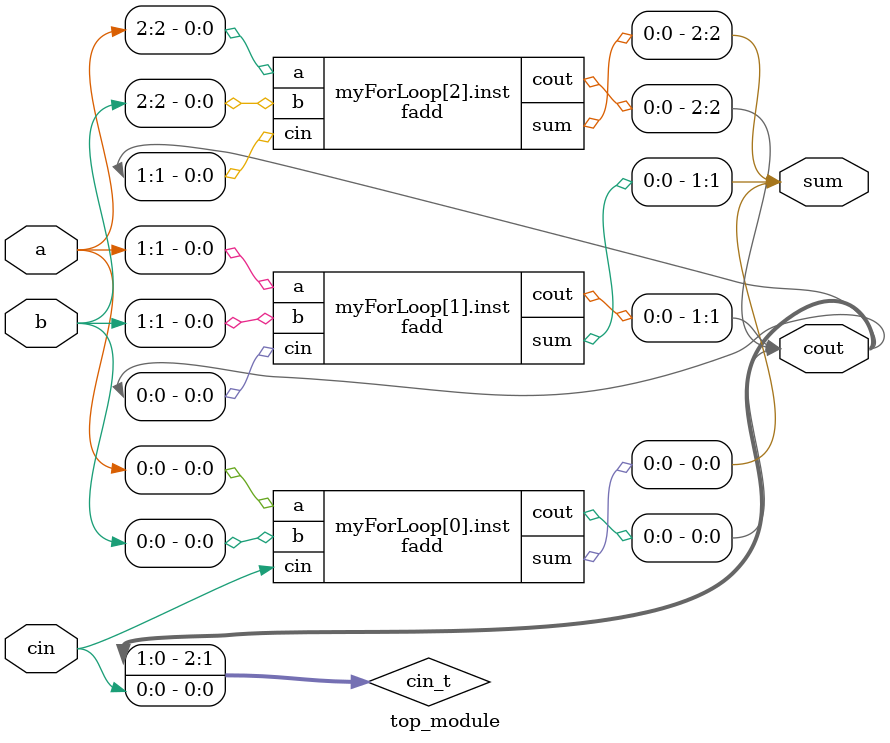
<source format=v>

module fadd( 
    input a, b, cin,
    output cout, sum );
    
    assign {cout,sum} = a + b + cin;
    
endmodule

module top_module( 
    input [2:0] a, b,
    input cin,
    output [2:0] cout,
    output [2:0] sum );
    
    wire [2:0] cin_t;
    
    assign cin_t = {cout[1:0], cin};

    genvar i;
    generate
        for (i = 0; i < 3; i++) begin: myForLoop
            fadd inst(.a(a[i]),
                      .b(b[i]),
                      .cin(cin_t[i]),
                      .cout(cout[i]),
                      .sum(sum[i]));
        end
    endgenerate

endmodule


</source>
